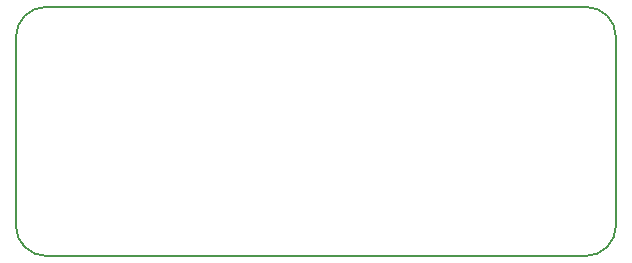
<source format=gbr>
G04 #@! TF.GenerationSoftware,KiCad,Pcbnew,(5.0.2)-1*
G04 #@! TF.CreationDate,2019-03-16T10:13:35-05:00*
G04 #@! TF.ProjectId,CCDBoard_Hardware,43434442-6f61-4726-945f-486172647761,rev?*
G04 #@! TF.SameCoordinates,Original*
G04 #@! TF.FileFunction,Profile,NP*
%FSLAX46Y46*%
G04 Gerber Fmt 4.6, Leading zero omitted, Abs format (unit mm)*
G04 Created by KiCad (PCBNEW (5.0.2)-1) date 3/16/2019 10:13:35 AM*
%MOMM*%
%LPD*%
G01*
G04 APERTURE LIST*
%ADD10C,0.150000*%
G04 APERTURE END LIST*
D10*
X50800000Y18542000D02*
X50800000Y2540000D01*
X2540000Y21082000D02*
X48260000Y21082000D01*
X0Y2540000D02*
X0Y18542000D01*
X48260000Y0D02*
X2540000Y0D01*
X48260000Y21082000D02*
G75*
G02X50800000Y18542000I0J-2540000D01*
G01*
X0Y18542000D02*
G75*
G02X2540000Y21082000I2540000J0D01*
G01*
X2540000Y0D02*
G75*
G02X0Y2540000I0J2540000D01*
G01*
X50800000Y2540000D02*
G75*
G02X48260000Y0I-2540000J0D01*
G01*
M02*

</source>
